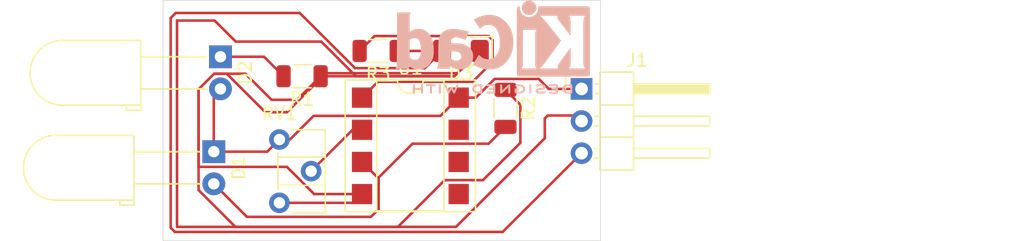
<source format=kicad_pcb>
(kicad_pcb (version 20240108) (generator "pcbnew") (generator_version "8.0")
  (layers (0 "F.Cu" signal) (31 "B.Cu" signal) (34 "B.Paste" user) (35 "F.Paste" user) (36 "B.SilkS" user "B.Silkscreen") (37 "F.SilkS" user "F.Silkscreen") (38 "B.Mask" user) (39 "F.Mask" user) (44 "Edge.Cuts" user))
  (net 0 "")
  (net 1 "+5V")
  (net 2 "Net-(D1-A)")
  (net 3 "Net-(D2-K)")
  (net 4 "GND")
  (net 5 "out")
  (net 6 "Net-(R3-Pad2)")
  (net 7 "Net-(U1A--)")
  (footprint "Potentiometer_THT:Potentiometer_ACP_CA6-H2,5_Horizontal" (layer "F.Cu") (at 207.675 78.5)
    (property "Reference" "RV1" (at 0 -2.06 0) (layer "F.SilkS"))
    (property "Value" "10k")
    (pad "1" thru_hole circle (at 0 0) (size 1.62 1.62) (drill 0.9) (layers "*.Cu" "*.Mask") (net 1 "+5V"))
    (pad "2" thru_hole circle (at 2.5 2.5) (size 1.62 1.62) (drill 0.9) (layers "*.Cu" "*.Mask") (net 7 "Net-(U1A--)"))
    (pad "3" thru_hole circle (at 0 5) (size 1.62 1.62) (drill 0.9) (layers "*.Cu" "*.Mask") (net 4 "GND"))
  )
  (footprint "Resistor_SMD:R_1206_3216Metric" (layer "F.Cu") (at 209.4625 73.5 180)
    (property "Reference" "R1" (at 0 -1.82 0) (layer "F.SilkS"))
    (property "Value" "100")
    (pad "1" smd roundrect (at -1.4625 0 180) (size 1.125 1.75) (layers "F.Cu" "F.Paste" "F.Mask") (roundrect_rratio 0.222222) (net 4 "GND"))
    (pad "2" smd roundrect (at 1.4625 0 180) (size 1.125 1.75) (layers "F.Cu" "F.Paste" "F.Mask") (roundrect_rratio 0.222222) (net 3 "Net-(D2-K)"))
  )
  (footprint "Resistor_SMD:R_1206_3216Metric" (layer "F.Cu") (at 225.5 76.0375 -90)
    (property "Reference" "R2" (at 0 -1.82 90) (layer "F.SilkS"))
    (property "Value" "10k")
    (pad "1" smd roundrect (at -1.4625 0 270) (size 1.125 1.75) (layers "F.Cu" "F.Paste" "F.Mask") (roundrect_rratio 0.222222) (net 4 "GND"))
    (pad "2" smd roundrect (at 1.4625 0 270) (size 1.125 1.75) (layers "F.Cu" "F.Paste" "F.Mask") (roundrect_rratio 0.222222) (net 2 "Net-(D1-A)"))
  )
  (footprint "LED_THT:LED_D5.0mm_Horizontal_O6.35mm_Z9.0mm" (layer "F.Cu") (at 202.5 79.46 -90)
    (property "Reference" "D1" (at 1.27 -1.96 90) (layer "F.SilkS"))
    (property "Value" "LED")
    (pad "1" thru_hole rect (at 0 0 270) (size 1.8 1.8) (drill 0.9) (layers "*.Cu" "*.Mask") (net 1 "+5V"))
    (pad "2" thru_hole circle (at 2.54 0 270) (size 1.8 1.8) (drill 0.9) (layers "*.Cu" "*.Mask") (net 2 "Net-(D1-A)"))
  )
  (footprint "Resistor_SMD:R_1206_3216Metric" (layer "F.Cu") (at 215.4625 71.5 180)
    (property "Reference" "R3" (at 0 -1.82 0) (layer "F.SilkS"))
    (property "Value" "330")
    (pad "1" smd roundrect (at -1.4625 0 180) (size 1.125 1.75) (layers "F.Cu" "F.Paste" "F.Mask") (roundrect_rratio 0.222222) (net 5 "out"))
    (pad "2" smd roundrect (at 1.4625 0 180) (size 1.125 1.75) (layers "F.Cu" "F.Paste" "F.Mask") (roundrect_rratio 0.222222) (net 6 "Net-(R3-Pad2)"))
  )
  (footprint "Connector_PinHeader_2.54mm:PinHeader_1x03_P2.54mm_Horizontal" (layer "F.Cu") (at 231.5 74.5)
    (property "Reference" "J1" (at 4.385 -2.27 0) (layer "F.SilkS"))
    (property "Value" "Conn_power")
    (pad "1" thru_hole rect (at 0 0) (size 1.7 1.7) (drill 1) (layers "*.Cu" "*.Mask") (net 1 "+5V"))
    (pad "2" thru_hole oval (at 0 2.54) (size 1.7 1.7) (drill 1) (layers "*.Cu" "*.Mask") (net 4 "GND"))
    (pad "3" thru_hole oval (at 0 5.08) (size 1.7 1.7) (drill 1) (layers "*.Cu" "*.Mask") (net 5 "out"))
  )
  (footprint "LED_SMD:LED_1206_3216Metric_Pad1.42x1.75mm_HandSolder" (layer "F.Cu") (at 221.9875 71.5 180)
    (property "Reference" "D3" (at 0 -1.82 0) (layer "F.SilkS"))
    (property "Value" "LED")
    (pad "1" smd roundrect (at -1.4875 0 180) (size 1.425 1.75) (layers "F.Cu" "F.Paste" "F.Mask") (roundrect_rratio 0.175439) (net 4 "GND"))
    (pad "2" smd roundrect (at 1.4875 0 180) (size 1.425 1.75) (layers "F.Cu" "F.Paste" "F.Mask") (roundrect_rratio 0.175439) (net 5 "out"))
  )
  (footprint "LED_THT:LED_D5.0mm_Horizontal_O6.35mm_Z9.0mm" (layer "F.Cu") (at 203.025 71.96 -90)
    (property "Reference" "D2" (at 1.27 -1.96 90) (layer "F.SilkS"))
    (property "Value" "LED")
    (pad "1" thru_hole rect (at 0 0 270) (size 1.8 1.8) (drill 0.9) (layers "*.Cu" "*.Mask") (net 3 "Net-(D2-K)"))
    (pad "2" thru_hole circle (at 2.54 0 270) (size 1.8 1.8) (drill 0.9) (layers "*.Cu" "*.Mask") (net 1 "+5V"))
  )
  (footprint "Package_DIP:DIP-8_W7.62mm_SMDSocket_SmallPads" (layer "F.Cu") (at 218 79)
    (property "Reference" "U1" (at 0 -6.14 0) (layer "F.SilkS"))
    (property "Value" "LM358")
    (pad "1" smd rect (at -3.81 -3.81) (size 1.6 1.6) (layers "F.Cu" "F.Paste" "F.Mask") (net 6 "Net-(R3-Pad2)"))
    (pad "2" smd rect (at -3.81 -1.27) (size 1.6 1.6) (layers "F.Cu" "F.Paste" "F.Mask") (net 7 "Net-(U1A--)"))
    (pad "3" smd rect (at -3.81 1.27) (size 1.6 1.6) (layers "F.Cu" "F.Paste" "F.Mask") (net 2 "Net-(D1-A)"))
    (pad "4" smd rect (at -3.81 3.81) (size 1.6 1.6) (layers "F.Cu" "F.Paste" "F.Mask") (net 4 "GND"))
    (pad "5" smd rect (at 3.81 3.81) (size 1.6 1.6) (layers "F.Cu" "F.Paste" "F.Mask"))
    (pad "6" smd rect (at 3.81 1.27) (size 1.6 1.6) (layers "F.Cu" "F.Paste" "F.Mask"))
    (pad "7" smd rect (at 3.81 -1.27) (size 1.6 1.6) (layers "F.Cu" "F.Paste" "F.Mask"))
    (pad "8" smd rect (at 3.81 -3.81) (size 1.6 1.6) (layers "F.Cu" "F.Paste" "F.Mask") (net 1 "+5V"))
  )
  (footprint "Symbol:KiCad-Logo2_6mm_SilkScreen" (layer "B.Cu") (at 224.5 70.5 180)
    (property "Reference" "REF**" (hide yes))
    (property "Value" "KiCad-Logo2_6mm_SilkScreen" (hide yes))
  )
  (gr_rect (start 198.5 67.5) (end 233 86.5) (stroke (width 0.05)) (fill none) (layer "Edge.Cuts"))
  (segment (start 228.125429 73.7125) (end 228.912929 74.5) (width 0.2) (layer "F.Cu") (net 1))
  (segment (start 208.5 78.5) (end 210.37 76.63) (width 0.2) (layer "F.Cu") (net 1))
  (segment (start 224.640256 73.7125) (end 228.125429 73.7125) (width 0.2) (layer "F.Cu") (net 1))
  (segment (start 220.37 76.63) (end 221.81 75.19) (width 0.2) (layer "F.Cu") (net 1))
  (segment (start 223.162756 75.19) (end 224.640256 73.7125) (width 0.2) (layer "F.Cu") (net 1))
  (segment (start 210.37 76.63) (end 220.37 76.63) (width 0.2) (layer "F.Cu") (net 1))
  (segment (start 206.715 79.46) (end 207.675 78.5) (width 0.2) (layer "F.Cu") (net 1))
  (segment (start 221.81 75.19) (end 223.162756 75.19) (width 0.2) (layer "F.Cu") (net 1))
  (segment (start 202.5 79.46) (end 206.715 79.46) (width 0.2) (layer "F.Cu") (net 1))
  (segment (start 228.912929 74.5) (end 231.5 74.5) (width 0.2) (layer "F.Cu") (net 1))
  (segment (start 202.5 75.025) (end 203.025 74.5) (width 0.2) (layer "F.Cu") (net 1))
  (segment (start 207.675 78.5) (end 208.5 78.5) (width 0.2) (layer "F.Cu") (net 1))
  (segment (start 202.5 79.46) (end 202.5 75.025) (width 0.2) (layer "F.Cu") (net 1))
  (segment (start 224.17 78.83) (end 225.5 77.5) (width 0.2) (layer "F.Cu") (net 2))
  (segment (start 214.89 84.61) (end 215.5 84) (width 0.2) (layer "F.Cu") (net 2))
  (segment (start 205.11 84.61) (end 214.89 84.61) (width 0.2) (layer "F.Cu") (net 2))
  (segment (start 202.5 82) (end 205.11 84.61) (width 0.2) (layer "F.Cu") (net 2))
  (segment (start 218.17 78.83) (end 224.17 78.83) (width 0.2) (layer "F.Cu") (net 2))
  (segment (start 215.5 81.58) (end 215.46 81.54) (width 0.2) (layer "F.Cu") (net 2))
  (segment (start 215.46 81.54) (end 218.17 78.83) (width 0.2) (layer "F.Cu") (net 2))
  (segment (start 215.46 81.54) (end 214.19 80.27) (width 0.2) (layer "F.Cu") (net 2))
  (segment (start 215.5 84) (end 215.5 81.58) (width 0.2) (layer "F.Cu") (net 2))
  (segment (start 203.025 71.96) (end 206.46 71.96) (width 0.2) (layer "F.Cu") (net 3))
  (segment (start 206.46 71.96) (end 208 73.5) (width 0.2) (layer "F.Cu") (net 3))
  (segment (start 226.675 75.75) (end 225.5 74.575) (width 0.2) (layer "F.Cu") (net 4))
  (segment (start 201.3 80.66) (end 201.3 74.527943) (width 0.2) (layer "F.Cu") (net 4))
  (segment (start 228.6 76.834314) (end 228.834314 76.6) (width 0.2) (layer "F.Cu") (net 4))
  (segment (start 208.265222 80.66) (end 201.3 80.66) (width 0.2) (layer "F.Cu") (net 4))
  (segment (start 223.724314 81.71) (end 226.675 78.759314) (width 0.2) (layer "F.Cu") (net 4))
  (segment (start 199.6 85.4) (end 221.6 85.4) (width 0.2) (layer "F.Cu") (net 4))
  (segment (start 208.262279 76.342943) (end 206.565 76.342943) (width 0.2) (layer "F.Cu") (net 4))
  (segment (start 202.565 69.1) (end 199.6 69.1) (width 0.2) (layer "F.Cu") (net 4))
  (segment (start 231.06 76.6) (end 231.5 77.04) (width 0.2) (layer "F.Cu") (net 4))
  (segment (start 204.225 70.76) (end 202.565 69.1) (width 0.2) (layer "F.Cu") (net 4))
  (segment (start 207.675 83.5) (end 213.5 83.5) (width 0.2) (layer "F.Cu") (net 4))
  (segment (start 207.055686 75.36) (end 209.065 75.36) (width 0.2) (layer "F.Cu") (net 4))
  (segment (start 209.065 75.36) (end 210.925 73.5) (width 0.2) (layer "F.Cu") (net 4))
  (segment (start 202.527943 73.3) (end 204.995686 73.3) (width 0.2) (layer "F.Cu") (net 4))
  (segment (start 206.565 76.342943) (end 203.522057 73.3) (width 0.2) (layer "F.Cu") (net 4))
  (segment (start 202.527943 73.3) (end 201.3 74.527943) (width 0.2) (layer "F.Cu") (net 4))
  (segment (start 223.475 71.5) (end 221.713878 73.261122) (width 0.2) (layer "F.Cu") (net 4))
  (segment (start 214.19 82.81) (end 210.415222 82.81) (width 0.2) (layer "F.Cu") (net 4))
  (segment (start 217.02 85.4) (end 220.71 81.71) (width 0.2) (layer "F.Cu") (net 4))
  (segment (start 203.522057 73.3) (end 202.527943 73.3) (width 0.2) (layer "F.Cu") (net 4))
  (segment (start 226.675 78.759314) (end 226.675 75.75) (width 0.2) (layer "F.Cu") (net 4))
  (segment (start 210.97207 70.76) (end 204.225 70.76) (width 0.2) (layer "F.Cu") (net 4))
  (segment (start 220.71 81.71) (end 223.724314 81.71) (width 0.2) (layer "F.Cu") (net 4))
  (segment (start 221.6 85.4) (end 228.6 78.4) (width 0.2) (layer "F.Cu") (net 4))
  (segment (start 204.995686 73.3) (end 207.055686 75.36) (width 0.2) (layer "F.Cu") (net 4))
  (segment (start 228.834314 76.6) (end 231.06 76.6) (width 0.2) (layer "F.Cu") (net 4))
  (segment (start 210.925 73.5) (end 221.475 73.5) (width 0.2) (layer "F.Cu") (net 4))
  (segment (start 211.3441 73.261122) (end 208.262279 76.342943) (width 0.2) (layer "F.Cu") (net 4))
  (segment (start 221.475 73.5) (end 213.71207 73.5) (width 0.2) (layer "F.Cu") (net 4))
  (segment (start 201.3 74.527943) (end 201.3 82.497057) (width 0.2) (layer "F.Cu") (net 4))
  (segment (start 228.6 78.4) (end 228.6 76.834314) (width 0.2) (layer "F.Cu") (net 4))
  (segment (start 210.415222 82.81) (end 208.265222 80.66) (width 0.2) (layer "F.Cu") (net 4))
  (segment (start 204.202943 85.4) (end 217.02 85.4) (width 0.2) (layer "F.Cu") (net 4))
  (segment (start 213.5 83.5) (end 214.19 82.81) (width 0.2) (layer "F.Cu") (net 4))
  (segment (start 221.475 73.5) (end 223.475 71.5) (width 0.2) (layer "F.Cu") (net 4))
  (segment (start 201.3 82.497057) (end 204.202943 85.4) (width 0.2) (layer "F.Cu") (net 4))
  (segment (start 213.71207 73.5) (end 210.97207 70.76) (width 0.2) (layer "F.Cu") (net 4))
  (segment (start 199.6 69.1) (end 199.6 85.4) (width 0.2) (layer "F.Cu") (net 4))
  (segment (start 221.713878 73.261122) (end 211.3441 73.261122) (width 0.2) (layer "F.Cu") (net 4))
  (segment (start 225.28 85.8) (end 231.5 79.58) (width 0.2) (layer "F.Cu") (net 5))
  (segment (start 199.1 85.465685) (end 199.434315 85.8) (width 0.2) (layer "F.Cu") (net 5))
  (segment (start 216.925 71.5) (end 220.5 71.5) (width 0.2) (layer "F.Cu") (net 5))
  (segment (start 199.434315 85.8) (end 225.28 85.8) (width 0.2) (layer "F.Cu") (net 5))
  (segment (start 213.638878 72.861122) (end 209.277756 68.5) (width 0.2) (layer "F.Cu") (net 5))
  (segment (start 199.1 68.9) (end 199.1 85.465685) (width 0.2) (layer "F.Cu") (net 5))
  (segment (start 220.5 71.5) (end 219.138878 72.861122) (width 0.2) (layer "F.Cu") (net 5))
  (segment (start 199.5 68.5) (end 199.1 68.9) (width 0.2) (layer "F.Cu") (net 5))
  (segment (start 209.277756 68.5) (end 199.5 68.5) (width 0.2) (layer "F.Cu") (net 5))
  (segment (start 219.138878 72.861122) (end 213.638878 72.861122) (width 0.2) (layer "F.Cu") (net 5))
  (segment (start 214 71.5) (end 215.175 70.325) (width 0.2) (layer "F.Cu") (net 6))
  (segment (start 215.442756 73.937244) (end 214.19 75.19) (width 0.2) (layer "F.Cu") (net 6))
  (segment (start 222.91 73.937244) (end 215.442756 73.937244) (width 0.2) (layer "F.Cu") (net 6))
  (segment (start 215.175 70.325) (end 224.172244 70.325) (width 0.2) (layer "F.Cu") (net 6))
  (segment (start 224.172244 70.325) (end 224.4875 70.640256) (width 0.2) (layer "F.Cu") (net 6))
  (segment (start 224.4875 72.359744) (end 222.91 73.937244) (width 0.2) (layer "F.Cu") (net 6))
  (segment (start 224.4875 70.640256) (end 224.4875 72.359744) (width 0.2) (layer "F.Cu") (net 6))
  (segment (start 213.445 77.73) (end 210.175 81) (width 0.2) (layer "F.Cu") (net 7))
  (segment (start 214.19 77.73) (end 213.445 77.73) (width 0.2) (layer "F.Cu") (net 7))
)
</source>
